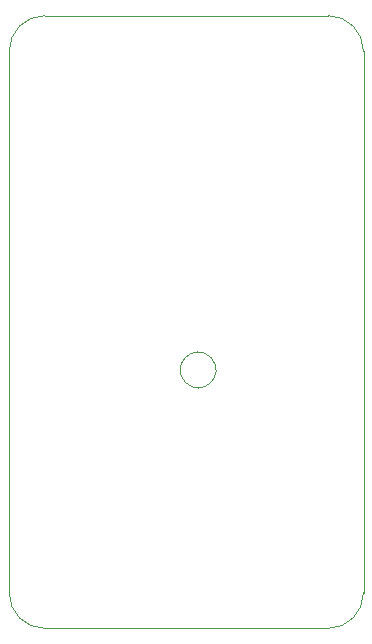
<source format=gbr>
%TF.GenerationSoftware,KiCad,Pcbnew,8.0.6*%
%TF.CreationDate,2024-10-31T15:28:50+01:00*%
%TF.ProjectId,PCB_FINAL2.1,5043425f-4649-44e4-914c-322e312e6b69,rev?*%
%TF.SameCoordinates,Original*%
%TF.FileFunction,Profile,NP*%
%FSLAX46Y46*%
G04 Gerber Fmt 4.6, Leading zero omitted, Abs format (unit mm)*
G04 Created by KiCad (PCBNEW 8.0.6) date 2024-10-31 15:28:50*
%MOMM*%
%LPD*%
G01*
G04 APERTURE LIST*
%TA.AperFunction,Profile*%
%ADD10C,0.050000*%
%TD*%
G04 APERTURE END LIST*
D10*
X64999999Y-86000000D02*
G75*
G02*
X67999999Y-82999999I3000001J0D01*
G01*
X79933393Y-114066606D02*
G75*
G02*
X82066605Y-111933394I1066606J1066606D01*
G01*
X64999999Y-131878680D02*
X64999999Y-130000000D01*
X94999999Y-131878680D02*
X94999999Y-130000000D01*
X91999999Y-83000000D02*
G75*
G02*
X95000000Y-86000000I1J-3000000D01*
G01*
X67999999Y-134878680D02*
X91999999Y-134878680D01*
X82066605Y-111933394D02*
G75*
G02*
X82127409Y-111997881I-1066505J-1066506D01*
G01*
X82127409Y-111997881D02*
G75*
G02*
X79933394Y-114066605I-1127409J-1002119D01*
G01*
X94999999Y-130000000D02*
X94999999Y-86000000D01*
X64999999Y-86000000D02*
X64999999Y-130000000D01*
X94999999Y-131878680D02*
G75*
G02*
X91999999Y-134878699I-2999999J-20D01*
G01*
X67999999Y-134878680D02*
G75*
G02*
X65000020Y-131878680I1J2999980D01*
G01*
X67999999Y-83000000D02*
X91999999Y-83000000D01*
M02*

</source>
